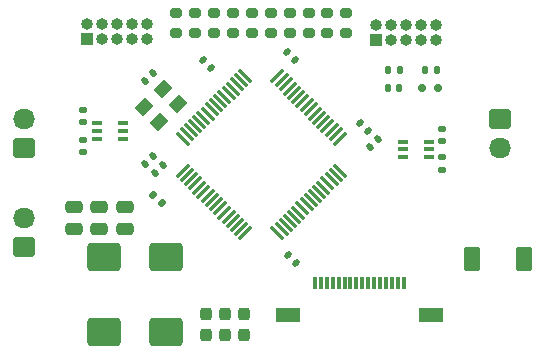
<source format=gbr>
%TF.GenerationSoftware,KiCad,Pcbnew,7.0.5*%
%TF.CreationDate,2023-06-28T21:22:15+09:00*%
%TF.ProjectId,robotrace_v2_main,726f626f-7472-4616-9365-5f76325f6d61,rev?*%
%TF.SameCoordinates,Original*%
%TF.FileFunction,Soldermask,Bot*%
%TF.FilePolarity,Negative*%
%FSLAX46Y46*%
G04 Gerber Fmt 4.6, Leading zero omitted, Abs format (unit mm)*
G04 Created by KiCad (PCBNEW 7.0.5) date 2023-06-28 21:22:15*
%MOMM*%
%LPD*%
G01*
G04 APERTURE LIST*
G04 Aperture macros list*
%AMRoundRect*
0 Rectangle with rounded corners*
0 $1 Rounding radius*
0 $2 $3 $4 $5 $6 $7 $8 $9 X,Y pos of 4 corners*
0 Add a 4 corners polygon primitive as box body*
4,1,4,$2,$3,$4,$5,$6,$7,$8,$9,$2,$3,0*
0 Add four circle primitives for the rounded corners*
1,1,$1+$1,$2,$3*
1,1,$1+$1,$4,$5*
1,1,$1+$1,$6,$7*
1,1,$1+$1,$8,$9*
0 Add four rect primitives between the rounded corners*
20,1,$1+$1,$2,$3,$4,$5,0*
20,1,$1+$1,$4,$5,$6,$7,0*
20,1,$1+$1,$6,$7,$8,$9,0*
20,1,$1+$1,$8,$9,$2,$3,0*%
%AMRotRect*
0 Rectangle, with rotation*
0 The origin of the aperture is its center*
0 $1 length*
0 $2 width*
0 $3 Rotation angle, in degrees counterclockwise*
0 Add horizontal line*
21,1,$1,$2,0,0,$3*%
G04 Aperture macros list end*
%ADD10RoundRect,0.250000X-0.675000X0.600000X-0.675000X-0.600000X0.675000X-0.600000X0.675000X0.600000X0*%
%ADD11O,1.850000X1.700000*%
%ADD12R,1.000000X1.000000*%
%ADD13O,1.000000X1.000000*%
%ADD14RoundRect,0.250000X0.675000X-0.600000X0.675000X0.600000X-0.675000X0.600000X-0.675000X-0.600000X0*%
%ADD15RoundRect,0.135000X-0.135000X-0.185000X0.135000X-0.185000X0.135000X0.185000X-0.135000X0.185000X0*%
%ADD16R,0.900000X0.400000*%
%ADD17RoundRect,0.200000X0.275000X-0.200000X0.275000X0.200000X-0.275000X0.200000X-0.275000X-0.200000X0*%
%ADD18RoundRect,0.140000X0.021213X-0.219203X0.219203X-0.021213X-0.021213X0.219203X-0.219203X0.021213X0*%
%ADD19RoundRect,0.237500X0.237500X-0.300000X0.237500X0.300000X-0.237500X0.300000X-0.237500X-0.300000X0*%
%ADD20RoundRect,0.135000X-0.226274X-0.035355X-0.035355X-0.226274X0.226274X0.035355X0.035355X0.226274X0*%
%ADD21RoundRect,0.140000X-0.021213X0.219203X-0.219203X0.021213X0.021213X-0.219203X0.219203X-0.021213X0*%
%ADD22RotRect,1.300000X1.000000X45.000000*%
%ADD23RoundRect,0.140000X0.219203X0.021213X0.021213X0.219203X-0.219203X-0.021213X-0.021213X-0.219203X0*%
%ADD24RoundRect,0.135000X0.185000X-0.135000X0.185000X0.135000X-0.185000X0.135000X-0.185000X-0.135000X0*%
%ADD25RoundRect,0.150000X-0.150000X-0.200000X0.150000X-0.200000X0.150000X0.200000X-0.150000X0.200000X0*%
%ADD26RoundRect,0.250000X0.475000X-0.250000X0.475000X0.250000X-0.475000X0.250000X-0.475000X-0.250000X0*%
%ADD27RoundRect,0.289157X1.110843X-0.910843X1.110843X0.910843X-1.110843X0.910843X-1.110843X-0.910843X0*%
%ADD28RoundRect,0.140000X-0.219203X-0.021213X-0.021213X-0.219203X0.219203X0.021213X0.021213X0.219203X0*%
%ADD29R,0.300000X1.000000*%
%ADD30R,2.000000X1.300000*%
%ADD31RoundRect,0.140000X-0.140000X-0.170000X0.140000X-0.170000X0.140000X0.170000X-0.140000X0.170000X0*%
%ADD32RoundRect,0.135000X-0.185000X0.135000X-0.185000X-0.135000X0.185000X-0.135000X0.185000X0.135000X0*%
%ADD33RoundRect,0.075000X-0.548008X0.441942X0.441942X-0.548008X0.548008X-0.441942X-0.441942X0.548008X0*%
%ADD34RoundRect,0.075000X-0.548008X-0.441942X-0.441942X-0.548008X0.548008X0.441942X0.441942X0.548008X0*%
%ADD35RoundRect,0.250000X-0.450000X-0.800000X0.450000X-0.800000X0.450000X0.800000X-0.450000X0.800000X0*%
G04 APERTURE END LIST*
D10*
%TO.C,J3*%
X184350000Y-81500000D03*
D11*
X184350000Y-84000000D03*
%TD*%
D12*
%TO.C,J5*%
X149320000Y-74775000D03*
D13*
X149320000Y-73505000D03*
X150590000Y-74775000D03*
X150590000Y-73505000D03*
X151860000Y-74775000D03*
X151860000Y-73505000D03*
X153130000Y-74775000D03*
X153130000Y-73505000D03*
X154400000Y-74775000D03*
X154400000Y-73505000D03*
%TD*%
D14*
%TO.C,J1*%
X144000000Y-84000000D03*
D11*
X144000000Y-81500000D03*
%TD*%
D14*
%TO.C,J2*%
X144000000Y-92400000D03*
D11*
X144000000Y-89900000D03*
%TD*%
D12*
%TO.C,J6*%
X173800000Y-74825000D03*
D13*
X173800000Y-73555000D03*
X175070000Y-74825000D03*
X175070000Y-73555000D03*
X176340000Y-74825000D03*
X176340000Y-73555000D03*
X177610000Y-74825000D03*
X177610000Y-73555000D03*
X178880000Y-74825000D03*
X178880000Y-73555000D03*
%TD*%
D15*
%TO.C,R36*%
X177990000Y-77400000D03*
X179010000Y-77400000D03*
%TD*%
D16*
%TO.C,U9*%
X176100000Y-84750000D03*
X176100000Y-84100000D03*
X176100000Y-83450000D03*
X178300000Y-83450000D03*
X178300000Y-84100000D03*
X178300000Y-84750000D03*
%TD*%
D17*
%TO.C,R28*%
X171300000Y-74250000D03*
X171300000Y-72600000D03*
%TD*%
D18*
%TO.C,C3*%
X173260589Y-83939411D03*
X173939411Y-83260589D03*
%TD*%
D19*
%TO.C,C9*%
X162600000Y-99800000D03*
X162600000Y-98075000D03*
%TD*%
D20*
%TO.C,R1*%
X154939376Y-87939376D03*
X155660624Y-88660624D03*
%TD*%
D21*
%TO.C,C1*%
X154939411Y-84660589D03*
X154260589Y-85339411D03*
%TD*%
D22*
%TO.C,Y1*%
X154185786Y-80541421D03*
X155741421Y-78985786D03*
X157014214Y-80258579D03*
X155458579Y-81814214D03*
%TD*%
D23*
%TO.C,C6*%
X159839411Y-77189411D03*
X159160589Y-76510589D03*
%TD*%
D17*
%TO.C,R26*%
X168100000Y-74250000D03*
X168100000Y-72600000D03*
%TD*%
D21*
%TO.C,C5*%
X155739411Y-85460589D03*
X155060589Y-86139411D03*
%TD*%
D17*
%TO.C,R20*%
X158500000Y-74250000D03*
X158500000Y-72600000D03*
%TD*%
D15*
%TO.C,R35*%
X174790000Y-77400000D03*
X175810000Y-77400000D03*
%TD*%
D17*
%TO.C,R19*%
X156900000Y-74250000D03*
X156900000Y-72600000D03*
%TD*%
%TO.C,R27*%
X169700000Y-74250000D03*
X169700000Y-72600000D03*
%TD*%
D24*
%TO.C,R13*%
X149000000Y-81800000D03*
X149000000Y-80780000D03*
%TD*%
D25*
%TO.C,D5*%
X179100000Y-78900000D03*
X177700000Y-78900000D03*
%TD*%
D19*
%TO.C,C11*%
X159390000Y-99800000D03*
X159390000Y-98075000D03*
%TD*%
D17*
%TO.C,R22*%
X161700000Y-74250000D03*
X161700000Y-72600000D03*
%TD*%
D26*
%TO.C,C15*%
X150400000Y-90850000D03*
X150400000Y-88950000D03*
%TD*%
D21*
%TO.C,C8*%
X154939411Y-77660589D03*
X154260589Y-78339411D03*
%TD*%
D27*
%TO.C,C25*%
X156000000Y-99600000D03*
X156000000Y-93200000D03*
%TD*%
D26*
%TO.C,C14*%
X152600000Y-90850000D03*
X152600000Y-88950000D03*
%TD*%
D19*
%TO.C,C10*%
X161000000Y-99800000D03*
X161000000Y-98075000D03*
%TD*%
D23*
%TO.C,C7*%
X173139411Y-82539411D03*
X172460589Y-81860589D03*
%TD*%
D17*
%TO.C,R25*%
X166500000Y-74250000D03*
X166500000Y-72600000D03*
%TD*%
D23*
%TO.C,C2*%
X166939411Y-76539411D03*
X166260589Y-75860589D03*
%TD*%
D26*
%TO.C,C16*%
X148200000Y-90850000D03*
X148200000Y-88950000D03*
%TD*%
D28*
%TO.C,C4*%
X166360589Y-93060589D03*
X167039411Y-93739411D03*
%TD*%
D27*
%TO.C,C26*%
X150800000Y-99600000D03*
X150800000Y-93200000D03*
%TD*%
D16*
%TO.C,U10*%
X152400000Y-81900000D03*
X152400000Y-82550000D03*
X152400000Y-83200000D03*
X150200000Y-83200000D03*
X150200000Y-82550000D03*
X150200000Y-81900000D03*
%TD*%
D17*
%TO.C,R23*%
X163300000Y-74250000D03*
X163300000Y-72600000D03*
%TD*%
D29*
%TO.C,J12*%
X176150000Y-95400000D03*
X175650000Y-95400000D03*
X175150000Y-95400000D03*
X174650000Y-95400000D03*
X174150000Y-95400000D03*
X173650000Y-95400000D03*
X173150000Y-95400000D03*
X172650000Y-95400000D03*
X172150000Y-95400000D03*
X171650000Y-95400000D03*
X171150000Y-95400000D03*
X170650000Y-95400000D03*
X170150000Y-95400000D03*
X169650000Y-95400000D03*
X169150000Y-95400000D03*
X168650000Y-95400000D03*
D30*
X178450000Y-98100000D03*
X166350000Y-98100000D03*
%TD*%
D31*
%TO.C,C31*%
X174820000Y-78900000D03*
X175780000Y-78900000D03*
%TD*%
D32*
%TO.C,R5*%
X179400000Y-82390000D03*
X179400000Y-83410000D03*
%TD*%
D17*
%TO.C,R24*%
X164900000Y-74250000D03*
X164900000Y-72600000D03*
%TD*%
%TO.C,R21*%
X160100000Y-74250000D03*
X160100000Y-72600000D03*
%TD*%
D24*
%TO.C,R16*%
X149000000Y-84310000D03*
X149000000Y-83290000D03*
%TD*%
D33*
%TO.C,U1*%
X157434686Y-83200000D03*
X157788239Y-82846447D03*
X158141792Y-82492894D03*
X158495346Y-82139340D03*
X158848899Y-81785787D03*
X159202453Y-81432233D03*
X159556006Y-81078680D03*
X159909559Y-80725127D03*
X160263113Y-80371573D03*
X160616666Y-80018020D03*
X160970219Y-79664467D03*
X161323773Y-79310913D03*
X161677326Y-78957360D03*
X162030880Y-78603806D03*
X162384433Y-78250253D03*
X162737986Y-77896700D03*
D34*
X165460348Y-77896700D03*
X165813901Y-78250253D03*
X166167454Y-78603806D03*
X166521008Y-78957360D03*
X166874561Y-79310913D03*
X167228115Y-79664467D03*
X167581668Y-80018020D03*
X167935221Y-80371573D03*
X168288775Y-80725127D03*
X168642328Y-81078680D03*
X168995881Y-81432233D03*
X169349435Y-81785787D03*
X169702988Y-82139340D03*
X170056542Y-82492894D03*
X170410095Y-82846447D03*
X170763648Y-83200000D03*
D33*
X170763648Y-85922362D03*
X170410095Y-86275915D03*
X170056542Y-86629468D03*
X169702988Y-86983022D03*
X169349435Y-87336575D03*
X168995881Y-87690129D03*
X168642328Y-88043682D03*
X168288775Y-88397235D03*
X167935221Y-88750789D03*
X167581668Y-89104342D03*
X167228115Y-89457895D03*
X166874561Y-89811449D03*
X166521008Y-90165002D03*
X166167454Y-90518556D03*
X165813901Y-90872109D03*
X165460348Y-91225662D03*
D34*
X162737986Y-91225662D03*
X162384433Y-90872109D03*
X162030880Y-90518556D03*
X161677326Y-90165002D03*
X161323773Y-89811449D03*
X160970219Y-89457895D03*
X160616666Y-89104342D03*
X160263113Y-88750789D03*
X159909559Y-88397235D03*
X159556006Y-88043682D03*
X159202453Y-87690129D03*
X158848899Y-87336575D03*
X158495346Y-86983022D03*
X158141792Y-86629468D03*
X157788239Y-86275915D03*
X157434686Y-85922362D03*
%TD*%
D35*
%TO.C,D2*%
X181900000Y-93400000D03*
X186300000Y-93400000D03*
%TD*%
D32*
%TO.C,R6*%
X179400000Y-84790000D03*
X179400000Y-85810000D03*
%TD*%
M02*

</source>
